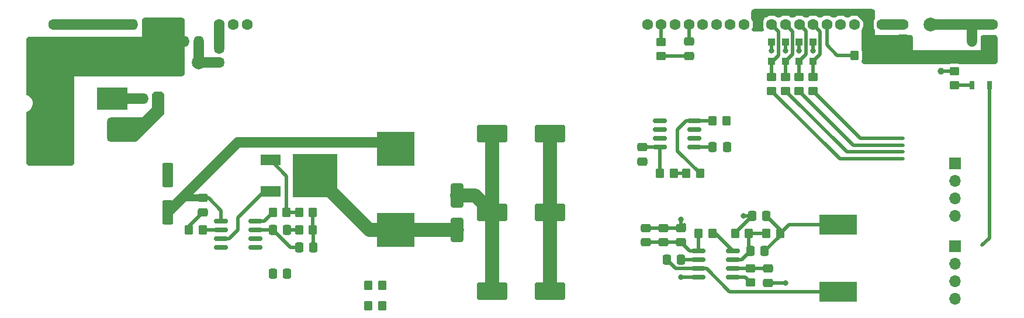
<source format=gbr>
%TF.GenerationSoftware,KiCad,Pcbnew,7.0.7*%
%TF.CreationDate,2024-04-09T00:53:37+02:00*%
%TF.ProjectId,vfd_display,7666645f-6469-4737-906c-61792e6b6963,rev?*%
%TF.SameCoordinates,Original*%
%TF.FileFunction,Copper,L2,Bot*%
%TF.FilePolarity,Positive*%
%FSLAX46Y46*%
G04 Gerber Fmt 4.6, Leading zero omitted, Abs format (unit mm)*
G04 Created by KiCad (PCBNEW 7.0.7) date 2024-04-09 00:53:37*
%MOMM*%
%LPD*%
G01*
G04 APERTURE LIST*
G04 Aperture macros list*
%AMRoundRect*
0 Rectangle with rounded corners*
0 $1 Rounding radius*
0 $2 $3 $4 $5 $6 $7 $8 $9 X,Y pos of 4 corners*
0 Add a 4 corners polygon primitive as box body*
4,1,4,$2,$3,$4,$5,$6,$7,$8,$9,$2,$3,0*
0 Add four circle primitives for the rounded corners*
1,1,$1+$1,$2,$3*
1,1,$1+$1,$4,$5*
1,1,$1+$1,$6,$7*
1,1,$1+$1,$8,$9*
0 Add four rect primitives between the rounded corners*
20,1,$1+$1,$2,$3,$4,$5,0*
20,1,$1+$1,$4,$5,$6,$7,0*
20,1,$1+$1,$6,$7,$8,$9,0*
20,1,$1+$1,$8,$9,$2,$3,0*%
G04 Aperture macros list end*
%TA.AperFunction,SMDPad,CuDef*%
%ADD10C,2.000000*%
%TD*%
%TA.AperFunction,SMDPad,CuDef*%
%ADD11R,0.800000X1.200000*%
%TD*%
%TA.AperFunction,SMDPad,CuDef*%
%ADD12RoundRect,0.250000X0.450000X-0.350000X0.450000X0.350000X-0.450000X0.350000X-0.450000X-0.350000X0*%
%TD*%
%TA.AperFunction,SMDPad,CuDef*%
%ADD13RoundRect,0.250000X0.337500X0.475000X-0.337500X0.475000X-0.337500X-0.475000X0.337500X-0.475000X0*%
%TD*%
%TA.AperFunction,ComponentPad*%
%ADD14C,1.600000*%
%TD*%
%TA.AperFunction,SMDPad,CuDef*%
%ADD15RoundRect,0.250000X0.475000X-0.337500X0.475000X0.337500X-0.475000X0.337500X-0.475000X-0.337500X0*%
%TD*%
%TA.AperFunction,SMDPad,CuDef*%
%ADD16RoundRect,0.250000X-0.475000X0.337500X-0.475000X-0.337500X0.475000X-0.337500X0.475000X0.337500X0*%
%TD*%
%TA.AperFunction,SMDPad,CuDef*%
%ADD17RoundRect,0.250000X0.300000X-0.300000X0.300000X0.300000X-0.300000X0.300000X-0.300000X-0.300000X0*%
%TD*%
%TA.AperFunction,SMDPad,CuDef*%
%ADD18RoundRect,0.250000X-0.337500X-0.475000X0.337500X-0.475000X0.337500X0.475000X-0.337500X0.475000X0*%
%TD*%
%TA.AperFunction,SMDPad,CuDef*%
%ADD19RoundRect,0.250000X-0.450000X0.350000X-0.450000X-0.350000X0.450000X-0.350000X0.450000X0.350000X0*%
%TD*%
%TA.AperFunction,SMDPad,CuDef*%
%ADD20RoundRect,0.250000X0.550000X-1.500000X0.550000X1.500000X-0.550000X1.500000X-0.550000X-1.500000X0*%
%TD*%
%TA.AperFunction,SMDPad,CuDef*%
%ADD21R,2.900000X1.500000*%
%TD*%
%TA.AperFunction,SMDPad,CuDef*%
%ADD22R,6.500000X6.300000*%
%TD*%
%TA.AperFunction,SMDPad,CuDef*%
%ADD23R,5.400000X2.900000*%
%TD*%
%TA.AperFunction,SMDPad,CuDef*%
%ADD24RoundRect,0.250000X0.350000X0.450000X-0.350000X0.450000X-0.350000X-0.450000X0.350000X-0.450000X0*%
%TD*%
%TA.AperFunction,SMDPad,CuDef*%
%ADD25RoundRect,0.250000X-0.350000X-0.450000X0.350000X-0.450000X0.350000X0.450000X-0.350000X0.450000X0*%
%TD*%
%TA.AperFunction,SMDPad,CuDef*%
%ADD26RoundRect,0.225000X-0.375000X0.225000X-0.375000X-0.225000X0.375000X-0.225000X0.375000X0.225000X0*%
%TD*%
%TA.AperFunction,SMDPad,CuDef*%
%ADD27RoundRect,0.150000X0.825000X0.150000X-0.825000X0.150000X-0.825000X-0.150000X0.825000X-0.150000X0*%
%TD*%
%TA.AperFunction,SMDPad,CuDef*%
%ADD28R,5.400000X4.900000*%
%TD*%
%TA.AperFunction,SMDPad,CuDef*%
%ADD29R,6.200000X3.900000*%
%TD*%
%TA.AperFunction,SMDPad,CuDef*%
%ADD30R,4.400000X3.300000*%
%TD*%
%TA.AperFunction,SMDPad,CuDef*%
%ADD31RoundRect,0.250000X-0.325000X-0.450000X0.325000X-0.450000X0.325000X0.450000X-0.325000X0.450000X0*%
%TD*%
%TA.AperFunction,SMDPad,CuDef*%
%ADD32RoundRect,0.250000X-1.950000X-1.000000X1.950000X-1.000000X1.950000X1.000000X-1.950000X1.000000X0*%
%TD*%
%TA.AperFunction,ComponentPad*%
%ADD33O,1.700000X1.700000*%
%TD*%
%TA.AperFunction,ComponentPad*%
%ADD34R,1.700000X1.700000*%
%TD*%
%TA.AperFunction,SMDPad,CuDef*%
%ADD35RoundRect,0.250000X-0.650000X1.500000X-0.650000X-1.500000X0.650000X-1.500000X0.650000X1.500000X0*%
%TD*%
%TA.AperFunction,ViaPad*%
%ADD36C,1.000000*%
%TD*%
%TA.AperFunction,ViaPad*%
%ADD37C,0.800000*%
%TD*%
%TA.AperFunction,ViaPad*%
%ADD38C,4.000000*%
%TD*%
%TA.AperFunction,Conductor*%
%ADD39C,0.500000*%
%TD*%
%TA.AperFunction,Conductor*%
%ADD40C,1.500000*%
%TD*%
%TA.AperFunction,Conductor*%
%ADD41C,0.250000*%
%TD*%
%TA.AperFunction,Conductor*%
%ADD42C,2.000000*%
%TD*%
%TA.AperFunction,Conductor*%
%ADD43C,1.000000*%
%TD*%
G04 APERTURE END LIST*
D10*
%TO.P,VFIL,1*%
%TO.N,V_FILAMENT*%
X210000000Y-68000000D03*
%TD*%
D11*
%TO.P,U3,6*%
%TO.N,VDD*%
X218540000Y-70500000D03*
%TO.P,U3,4*%
%TO.N,V_FILAMENT*%
X216000000Y-70500000D03*
%TO.P,U3,3*%
%TO.N,Net-(R13-Pad1)*%
X216000000Y-76800000D03*
%TO.P,U3,1*%
%TO.N,FILAMENT_EN*%
X218540000Y-76800000D03*
%TD*%
D12*
%TO.P,R13,1*%
%TO.N,Net-(R13-Pad1)*%
X213500000Y-76800000D03*
%TO.P,R13,2*%
%TO.N,GND*%
X213500000Y-74800000D03*
%TD*%
D10*
%TO.P,VIN,1*%
%TO.N,12V*%
X92500000Y-83500000D03*
%TD*%
%TO.P,GND,1*%
%TO.N,GND*%
X99000000Y-73500000D03*
%TD*%
%TO.P,VHP,1*%
%TO.N,V_HP*%
X104000000Y-73500000D03*
%TD*%
D13*
%TO.P,C8,1*%
%TO.N,V_HP*%
X104000000Y-70500000D03*
%TO.P,C8,2*%
%TO.N,GND*%
X101925000Y-70500000D03*
%TD*%
D14*
%TO.P,U5,1,F+*%
%TO.N,V_FILAMENT*%
X219000000Y-68000000D03*
%TO.P,U5,2,F+*%
X217000000Y-68000000D03*
%TO.P,U5,3,F+*%
X215000000Y-68000000D03*
%TO.P,U5,4,F+*%
X213000000Y-68000000D03*
%TO.P,U5,5,GND*%
%TO.N,GND*%
X203000000Y-68000000D03*
%TO.P,U5,6,VDD*%
%TO.N,VDD*%
X201000000Y-68000000D03*
%TO.P,U5,7,NC*%
%TO.N,unconnected-(U5-NC-Pad7)*%
X199000000Y-68000000D03*
%TO.P,U5,8,NC*%
%TO.N,unconnected-(U5-NC-Pad8)*%
X197000000Y-68000000D03*
%TO.P,U5,9,TEST*%
%TO.N,Net-(U5-TEST)*%
X195000000Y-68000000D03*
%TO.P,U5,10,RESET*%
%TO.N,Net-(D4-K)*%
X193000000Y-68000000D03*
%TO.P,U5,11,DIO*%
%TO.N,Net-(D5-K)*%
X191000000Y-68000000D03*
%TO.P,U5,12,CS*%
%TO.N,Net-(D6-K)*%
X189000000Y-68000000D03*
%TO.P,U5,13,CLK*%
%TO.N,Net-(D7-K)*%
X187000000Y-68000000D03*
%TO.P,U5,14,VDD*%
%TO.N,VDD*%
X185000000Y-68000000D03*
%TO.P,U5,15,INT*%
%TO.N,unconnected-(U5-INT-Pad15)*%
X183000000Y-68000000D03*
%TO.P,U5,16,NC*%
%TO.N,unconnected-(U5-NC-Pad16)*%
X181000000Y-68000000D03*
%TO.P,U5,17,GND*%
%TO.N,GND*%
X179000000Y-68000000D03*
%TO.P,U5,18,NC*%
%TO.N,unconnected-(U5-NC-Pad18)*%
X177000000Y-68000000D03*
%TO.P,U5,19,GND*%
%TO.N,GND*%
X175000000Y-68000000D03*
%TO.P,U5,20,NC*%
%TO.N,unconnected-(U5-NC-Pad20)*%
X173000000Y-68000000D03*
%TO.P,U5,21,VHG*%
%TO.N,Net-(U5-VHG)*%
X171000000Y-68000000D03*
%TO.P,U5,22,NC*%
%TO.N,unconnected-(U5-NC-Pad22)*%
X169000000Y-68000000D03*
%TO.P,U5,23,NC*%
%TO.N,unconnected-(U5-NC-Pad23)*%
X111000000Y-68000000D03*
%TO.P,U5,24,VDD*%
%TO.N,VDD*%
X109000000Y-68000000D03*
%TO.P,U5,25,VHP*%
%TO.N,Net-(U5-VHP)*%
X107000000Y-68000000D03*
%TO.P,U5,26,GND*%
%TO.N,GND*%
X101000000Y-68000000D03*
%TO.P,U5,27,GND*%
X99000000Y-68000000D03*
%TO.P,U5,28,F-*%
%TO.N,Net-(D8-K)*%
X89000000Y-68000000D03*
%TO.P,U5,29,F-*%
X87000000Y-68000000D03*
%TO.P,U5,30,F-*%
X85000000Y-68000000D03*
%TO.P,U5,31,F-*%
X83000000Y-68000000D03*
%TD*%
D15*
%TO.P,C25,2*%
%TO.N,GND*%
X175000000Y-70500000D03*
%TO.P,C25,1*%
%TO.N,V_HG*%
X175000000Y-72575000D03*
%TD*%
D16*
%TO.P,C24,2*%
%TO.N,VDD*%
X206000000Y-70075000D03*
%TO.P,C24,1*%
%TO.N,GND*%
X206000000Y-68000000D03*
%TD*%
D17*
%TO.P,D6,2,A*%
%TO.N,GND*%
X189000000Y-70540000D03*
%TO.P,D6,1,K*%
%TO.N,Net-(D6-K)*%
X189000000Y-73340000D03*
%TD*%
D18*
%TO.P,C28,2*%
%TO.N,Net-(U6-VBST)*%
X173890000Y-102155000D03*
%TO.P,C28,1*%
%TO.N,Net-(U6-SW)*%
X171815000Y-102155000D03*
%TD*%
D19*
%TO.P,R19,2*%
%TO.N,V_HG*%
X171000000Y-72540000D03*
%TO.P,R19,1*%
%TO.N,Net-(U5-VHG)*%
X171000000Y-70540000D03*
%TD*%
%TO.P,R20,2*%
%TO.N,V_HP*%
X107000000Y-73500000D03*
%TO.P,R20,1*%
%TO.N,Net-(U5-VHP)*%
X107000000Y-71500000D03*
%TD*%
%TO.P,R10,2*%
%TO.N,Net-(U6-PG)*%
X183920000Y-105425000D03*
%TO.P,R10,1*%
%TO.N,Net-(U6-VREG)*%
X183920000Y-103425000D03*
%TD*%
D20*
%TO.P,C4,2*%
%TO.N,GND*%
X99480000Y-89860000D03*
%TO.P,C4,1*%
%TO.N,12V*%
X99480000Y-95260000D03*
%TD*%
D21*
%TO.P,Q1,3,S*%
%TO.N,Net-(Q1-S)*%
X114380000Y-87640000D03*
D22*
%TO.P,Q1,2,D*%
%TO.N,Net-(D1-A)*%
X120880000Y-89926000D03*
D21*
%TO.P,Q1,1,G*%
%TO.N,Net-(Q1-G)*%
X114380000Y-92212000D03*
%TD*%
D23*
%TO.P,L2,2,2*%
%TO.N,VDD*%
X196620000Y-97075000D03*
%TO.P,L2,1,1*%
%TO.N,Net-(U6-SW)*%
X196620000Y-106775000D03*
%TD*%
D24*
%TO.P,R17,1*%
%TO.N,VDD*%
X201000000Y-72500000D03*
%TO.P,R17,2*%
%TO.N,Net-(U5-TEST)*%
X199000000Y-72500000D03*
%TD*%
D25*
%TO.P,R8,2*%
%TO.N,Net-(R8-Pad2)*%
X172825000Y-89635000D03*
%TO.P,R8,1*%
%TO.N,V_HG*%
X170825000Y-89635000D03*
%TD*%
D12*
%TO.P,R23,1*%
%TO.N,VFD_CS*%
X189000000Y-77620000D03*
%TO.P,R23,2*%
%TO.N,Net-(D6-K)*%
X189000000Y-75620000D03*
%TD*%
%TO.P,R24,1*%
%TO.N,VFD_SCK*%
X187000000Y-77620000D03*
%TO.P,R24,2*%
%TO.N,Net-(D7-K)*%
X187000000Y-75620000D03*
%TD*%
D26*
%TO.P,D8,2,A*%
%TO.N,GND*%
X92000000Y-71300000D03*
%TO.P,D8,1,K*%
%TO.N,Net-(D8-K)*%
X92000000Y-68000000D03*
%TD*%
D13*
%TO.P,C5,2*%
%TO.N,GND*%
X114720000Y-104150000D03*
%TO.P,C5,1*%
%TO.N,Net-(U1-I_{SEN})*%
X116795000Y-104150000D03*
%TD*%
D18*
%TO.P,C9,2*%
%TO.N,GND*%
X180520000Y-85825000D03*
%TO.P,C9,1*%
%TO.N,V_HP*%
X178445000Y-85825000D03*
%TD*%
%TO.P,C1,2*%
%TO.N,GND*%
X120605000Y-100340000D03*
%TO.P,C1,1*%
%TO.N,Net-(U1-COMP)*%
X118530000Y-100340000D03*
%TD*%
D25*
%TO.P,R7,2*%
%TO.N,GND*%
X180445000Y-82015000D03*
%TO.P,R7,1*%
%TO.N,Net-(U2-ADJ)*%
X178445000Y-82015000D03*
%TD*%
D27*
%TO.P,U6,8,VIN*%
%TO.N,12V*%
X176430000Y-100885000D03*
%TO.P,U6,7,VBST*%
%TO.N,Net-(U6-VBST)*%
X176430000Y-102155000D03*
%TO.P,U6,6,SW*%
%TO.N,Net-(U6-SW)*%
X176430000Y-103425000D03*
%TO.P,U6,5,GND*%
%TO.N,GND*%
X176430000Y-104695000D03*
%TO.P,U6,4,PG*%
%TO.N,Net-(U6-PG)*%
X181380000Y-104695000D03*
%TO.P,U6,3,VREG*%
%TO.N,Net-(U6-VREG)*%
X181380000Y-103425000D03*
%TO.P,U6,2,VFB*%
%TO.N,Net-(U6-VFB)*%
X181380000Y-102155000D03*
%TO.P,U6,1,EN*%
%TO.N,Net-(U6-EN)*%
X181380000Y-100885000D03*
%TD*%
D12*
%TO.P,R22,1*%
%TO.N,VFD_SDA*%
X190950000Y-77620000D03*
%TO.P,R22,2*%
%TO.N,Net-(D5-K)*%
X190950000Y-75620000D03*
%TD*%
D24*
%TO.P,R2,2*%
%TO.N,GND*%
X102560000Y-97800000D03*
%TO.P,R2,1*%
%TO.N,Net-(U1-FA{slash}SD)*%
X104560000Y-97800000D03*
%TD*%
D18*
%TO.P,C27,2*%
%TO.N,GND*%
X96500000Y-68000000D03*
%TO.P,C27,1*%
%TO.N,Net-(D8-K)*%
X94425000Y-68000000D03*
%TD*%
D25*
%TO.P,R1,2*%
%TO.N,GND*%
X120530000Y-97800000D03*
%TO.P,R1,1*%
%TO.N,Net-(C2-Pad2)*%
X118530000Y-97800000D03*
%TD*%
%TO.P,R25,2*%
%TO.N,Net-(U6-VFB)*%
X183687500Y-98345000D03*
%TO.P,R25,1*%
%TO.N,GND*%
X181687500Y-98345000D03*
%TD*%
D28*
%TO.P,L1,2,2*%
%TO.N,Net-(D1-A)*%
X132500000Y-97800000D03*
%TO.P,L1,1,1*%
%TO.N,12V*%
X132500000Y-86000000D03*
%TD*%
D25*
%TO.P,R3,2*%
%TO.N,Net-(Q1-S)*%
X116720000Y-95260000D03*
%TO.P,R3,1*%
%TO.N,Net-(U1-I_{SEN})*%
X114720000Y-95260000D03*
%TD*%
D12*
%TO.P,R21,1*%
%TO.N,VFD_RESET*%
X193000000Y-77620000D03*
%TO.P,R21,2*%
%TO.N,Net-(D4-K)*%
X193000000Y-75620000D03*
%TD*%
D17*
%TO.P,D5,2,A*%
%TO.N,GND*%
X190950000Y-70540000D03*
%TO.P,D5,1,K*%
%TO.N,Net-(D5-K)*%
X190950000Y-73340000D03*
%TD*%
D24*
%TO.P,R5,2*%
%TO.N,FB1*%
X128580000Y-105840000D03*
%TO.P,R5,1*%
%TO.N,V_HP*%
X130580000Y-105840000D03*
%TD*%
D15*
%TO.P,C13,2*%
%TO.N,GND*%
X168810000Y-97540000D03*
%TO.P,C13,1*%
%TO.N,12V*%
X168810000Y-99615000D03*
%TD*%
D16*
%TO.P,C12,2*%
%TO.N,GND*%
X186460000Y-105500000D03*
%TO.P,C12,1*%
%TO.N,Net-(U6-VREG)*%
X186460000Y-103425000D03*
%TD*%
D18*
%TO.P,C2,2*%
%TO.N,Net-(C2-Pad2)*%
X116795000Y-97800000D03*
%TO.P,C2,1*%
%TO.N,Net-(U1-COMP)*%
X114720000Y-97800000D03*
%TD*%
D29*
%TO.P,J4,3*%
%TO.N,GND*%
X82500000Y-73000000D03*
%TO.P,J4,2*%
X82500000Y-85900000D03*
D30*
%TO.P,J4,1*%
%TO.N,Net-(F1-Pad1)*%
X91500000Y-78750000D03*
%TD*%
D18*
%TO.P,C29,2*%
%TO.N,VDD*%
X185995000Y-100885000D03*
%TO.P,C29,1*%
%TO.N,Net-(U6-VFB)*%
X183920000Y-100885000D03*
%TD*%
D17*
%TO.P,D4,2,A*%
%TO.N,GND*%
X193000000Y-70540000D03*
%TO.P,D4,1,K*%
%TO.N,Net-(D4-K)*%
X193000000Y-73340000D03*
%TD*%
D31*
%TO.P,F1,2*%
%TO.N,12V*%
X98050000Y-78750000D03*
%TO.P,F1,1*%
%TO.N,Net-(F1-Pad1)*%
X96000000Y-78750000D03*
%TD*%
D25*
%TO.P,R11,2*%
%TO.N,Net-(U6-EN)*%
X178430000Y-98345000D03*
%TO.P,R11,1*%
%TO.N,12V*%
X176430000Y-98345000D03*
%TD*%
%TO.P,R12,2*%
%TO.N,VDD*%
X188227500Y-98345000D03*
%TO.P,R12,1*%
%TO.N,Net-(U6-VFB)*%
X186227500Y-98345000D03*
%TD*%
%TO.P,R4,2*%
%TO.N,GND*%
X120530000Y-95260000D03*
%TO.P,R4,1*%
%TO.N,Net-(Q1-S)*%
X118530000Y-95260000D03*
%TD*%
D17*
%TO.P,D7,2,A*%
%TO.N,GND*%
X187000000Y-70540000D03*
%TO.P,D7,1,K*%
%TO.N,Net-(D7-K)*%
X187000000Y-73340000D03*
%TD*%
D18*
%TO.P,C30,2*%
%TO.N,VDD*%
X186227500Y-95805000D03*
%TO.P,C30,1*%
%TO.N,GND*%
X184152500Y-95805000D03*
%TD*%
D16*
%TO.P,C3,2*%
%TO.N,GND*%
X104560000Y-95260000D03*
%TO.P,C3,1*%
%TO.N,12V*%
X104560000Y-93185000D03*
%TD*%
D32*
%TO.P,C11,2*%
%TO.N,GND*%
X154870000Y-106690000D03*
%TO.P,C11,1*%
%TO.N,V_HP*%
X146470000Y-106690000D03*
%TD*%
D24*
%TO.P,R6,2*%
%TO.N,GND*%
X128580000Y-108790000D03*
%TO.P,R6,1*%
%TO.N,FB1*%
X130580000Y-108790000D03*
%TD*%
D27*
%TO.P,U2,8,VOUT*%
%TO.N,unconnected-(U2-VOUT-Pad8)*%
X170825000Y-82015000D03*
%TO.P,U2,7,VOUT*%
%TO.N,unconnected-(U2-VOUT-Pad7)*%
X170825000Y-83285000D03*
%TO.P,U2,6,VOUT*%
%TO.N,unconnected-(U2-VOUT-Pad6)*%
X170825000Y-84555000D03*
%TO.P,U2,5,VOUT*%
%TO.N,V_HG*%
X170825000Y-85825000D03*
%TO.P,U2,4,VIN*%
%TO.N,V_HP*%
X175775000Y-85825000D03*
%TO.P,U2,3,NC*%
%TO.N,unconnected-(U2-NC-Pad3)*%
X175775000Y-84555000D03*
%TO.P,U2,2,NC*%
%TO.N,unconnected-(U2-NC-Pad2)*%
X175775000Y-83285000D03*
%TO.P,U2,1,ADJ*%
%TO.N,Net-(U2-ADJ)*%
X175775000Y-82015000D03*
%TD*%
%TO.P,U1,8,V_{IN}*%
%TO.N,12V*%
X107230000Y-96530000D03*
%TO.P,U1,7,FA/SD*%
%TO.N,Net-(U1-FA{slash}SD)*%
X107230000Y-97800000D03*
%TO.P,U1,6,DR*%
%TO.N,Net-(Q1-G)*%
X107230000Y-99070000D03*
%TO.P,U1,5,PGND*%
%TO.N,GND*%
X107230000Y-100340000D03*
%TO.P,U1,4,AGND*%
X112180000Y-100340000D03*
%TO.P,U1,3,FB*%
%TO.N,FB1*%
X112180000Y-99070000D03*
%TO.P,U1,2,COMP*%
%TO.N,Net-(U1-COMP)*%
X112180000Y-97800000D03*
%TO.P,U1,1,I_{SEN}*%
%TO.N,Net-(U1-I_{SEN})*%
X112180000Y-96530000D03*
%TD*%
D15*
%TO.P,C14,2*%
%TO.N,GND*%
X171350000Y-97540000D03*
%TO.P,C14,1*%
%TO.N,12V*%
X171350000Y-99615000D03*
%TD*%
D25*
%TO.P,R9,2*%
%TO.N,Net-(U2-ADJ)*%
X176635000Y-89635000D03*
%TO.P,R9,1*%
%TO.N,Net-(R8-Pad2)*%
X174635000Y-89635000D03*
%TD*%
D33*
%TO.P,J1,4,Pin_4*%
%TO.N,VFD_RESET*%
X213600000Y-95770000D03*
%TO.P,J1,3,Pin_3*%
%TO.N,VFD_SDA*%
X213600000Y-93230000D03*
%TO.P,J1,2,Pin_2*%
%TO.N,VFD_CS*%
X213600000Y-90690000D03*
D34*
%TO.P,J1,1,Pin_1*%
%TO.N,VFD_SCK*%
X213600000Y-88150000D03*
%TD*%
D33*
%TO.P,J2,4,Pin_4*%
%TO.N,GND*%
X213600000Y-107770000D03*
%TO.P,J2,3,Pin_3*%
%TO.N,FILAMENT_EN*%
X213600000Y-105230000D03*
%TO.P,J2,2,Pin_2*%
%TO.N,VDD*%
X213600000Y-102690000D03*
D34*
%TO.P,J2,1,Pin_1*%
%TO.N,GND*%
X213600000Y-100150000D03*
%TD*%
D32*
%TO.P,C7,2*%
%TO.N,GND*%
X154870000Y-95260000D03*
%TO.P,C7,1*%
%TO.N,V_HP*%
X146470000Y-95260000D03*
%TD*%
D15*
%TO.P,C26,2*%
%TO.N,GND*%
X173890000Y-97540000D03*
%TO.P,C26,1*%
%TO.N,12V*%
X173890000Y-99615000D03*
%TD*%
D35*
%TO.P,D1,2,A*%
%TO.N,Net-(D1-A)*%
X141390000Y-97800000D03*
%TO.P,D1,1,K*%
%TO.N,V_HP*%
X141390000Y-92800000D03*
%TD*%
D16*
%TO.P,C10,2*%
%TO.N,GND*%
X168285000Y-87900000D03*
%TO.P,C10,1*%
%TO.N,V_HG*%
X168285000Y-85825000D03*
%TD*%
D32*
%TO.P,C6,2*%
%TO.N,GND*%
X154870000Y-83830000D03*
%TO.P,C6,1*%
%TO.N,V_HP*%
X146470000Y-83830000D03*
%TD*%
D36*
%TO.N,GND*%
X211500000Y-74800000D03*
D37*
X190950000Y-71810000D03*
X187000000Y-71810000D03*
D38*
X82500000Y-79500000D03*
D37*
X193000000Y-71810000D03*
X173890000Y-104695000D03*
X189000000Y-71810000D03*
X182882500Y-95805000D03*
X189000000Y-105500000D03*
X173890000Y-96270000D03*
%TD*%
D39*
%TO.N,V_HG*%
X171035000Y-72575000D02*
X171000000Y-72540000D01*
X175000000Y-72575000D02*
X171035000Y-72575000D01*
%TO.N,GND*%
X175000000Y-70500000D02*
X175000000Y-68000000D01*
D40*
X99000000Y-70500000D02*
X101925000Y-70500000D01*
X99000000Y-70500000D02*
X99000000Y-73500000D01*
X99000000Y-68000000D02*
X99000000Y-70500000D01*
%TO.N,V_HP*%
X104000000Y-70500000D02*
X104000000Y-73500000D01*
D41*
%TO.N,GND*%
X98800000Y-71300000D02*
X99000000Y-71500000D01*
X99000000Y-71500000D02*
X99000000Y-73500000D01*
D40*
%TO.N,V_HP*%
X107000000Y-73500000D02*
X104000000Y-73500000D01*
%TO.N,Net-(U5-VHP)*%
X107000000Y-71500000D02*
X107000000Y-68000000D01*
D39*
%TO.N,VDD*%
X206000000Y-70075000D02*
X206000000Y-72500000D01*
X206000000Y-72500000D02*
X217420000Y-72500000D01*
X201000000Y-72500000D02*
X206000000Y-72500000D01*
D40*
%TO.N,GND*%
X206000000Y-68000000D02*
X203000000Y-68000000D01*
D39*
%TO.N,FILAMENT_EN*%
X218540000Y-98960000D02*
X217500000Y-100000000D01*
X218540000Y-76800000D02*
X218540000Y-98960000D01*
%TO.N,VFD_SCK*%
X196880000Y-87500000D02*
X206000000Y-87500000D01*
X187000000Y-77620000D02*
X196880000Y-87500000D01*
%TO.N,VFD_CS*%
X197880000Y-86500000D02*
X206000000Y-86500000D01*
X189000000Y-77620000D02*
X197880000Y-86500000D01*
%TO.N,VFD_SDA*%
X198830000Y-85500000D02*
X206000000Y-85500000D01*
X190950000Y-77620000D02*
X198830000Y-85500000D01*
%TO.N,VFD_RESET*%
X199880000Y-84500000D02*
X206000000Y-84500000D01*
X193000000Y-77620000D02*
X199880000Y-84500000D01*
D40*
%TO.N,V_FILAMENT*%
X213000000Y-68000000D02*
X210000000Y-68000000D01*
D39*
%TO.N,VDD*%
X185000000Y-67250000D02*
X185000000Y-68000000D01*
X199500000Y-66500000D02*
X185750000Y-66500000D01*
X201000000Y-68000000D02*
X199500000Y-66500000D01*
X185750000Y-66500000D02*
X185000000Y-67250000D01*
X201000000Y-68000000D02*
X201000000Y-72500000D01*
%TO.N,Net-(U5-TEST)*%
X195000000Y-71000000D02*
X195000000Y-68000000D01*
X199000000Y-72500000D02*
X196500000Y-72500000D01*
X196500000Y-72500000D02*
X195000000Y-71000000D01*
%TO.N,VDD*%
X217420000Y-72500000D02*
X218540000Y-71380000D01*
X218540000Y-71380000D02*
X218540000Y-70500000D01*
%TO.N,Net-(R13-Pad1)*%
X213500000Y-76800000D02*
X216000000Y-76800000D01*
%TO.N,GND*%
X211500000Y-74800000D02*
X213500000Y-74800000D01*
D40*
%TO.N,V_FILAMENT*%
X216000000Y-68000000D02*
X216000000Y-70500000D01*
X216000000Y-68000000D02*
X213000000Y-68000000D01*
X219000000Y-68000000D02*
X216000000Y-68000000D01*
%TO.N,12V*%
X98050000Y-80450000D02*
X95000000Y-83500000D01*
X95000000Y-83500000D02*
X92500000Y-83500000D01*
X98050000Y-78750000D02*
X98050000Y-80450000D01*
%TO.N,GND*%
X92000000Y-71300000D02*
X98800000Y-71300000D01*
X99000000Y-68000000D02*
X96625000Y-68000000D01*
%TO.N,Net-(D8-K)*%
X94425000Y-68000000D02*
X89000000Y-68000000D01*
D39*
%TO.N,Net-(U1-COMP)*%
X118530000Y-100340000D02*
X117260000Y-100340000D01*
X112180000Y-97800000D02*
X114720000Y-97800000D01*
X117260000Y-100340000D02*
X114720000Y-97800000D01*
%TO.N,GND*%
X102560000Y-97260000D02*
X104560000Y-95260000D01*
X176430000Y-104695000D02*
X173890000Y-104695000D01*
D42*
X82500000Y-85900000D02*
X82500000Y-79500000D01*
D39*
X173890000Y-97540000D02*
X173890000Y-96270000D01*
X184152500Y-95805000D02*
X182882500Y-95805000D01*
X181687500Y-98270000D02*
X184152500Y-95805000D01*
X189000000Y-71810000D02*
X189000000Y-70540000D01*
X187000000Y-71810000D02*
X187000000Y-70540000D01*
X181687500Y-98345000D02*
X181687500Y-98270000D01*
X102560000Y-97800000D02*
X102560000Y-97260000D01*
X173890000Y-97540000D02*
X174355000Y-97075000D01*
X193000000Y-70540000D02*
X193000000Y-71810000D01*
X120605000Y-100340000D02*
X120605000Y-97875000D01*
D42*
X82500000Y-79500000D02*
X82500000Y-73000000D01*
D39*
X190950000Y-70540000D02*
X190950000Y-71810000D01*
X186460000Y-105500000D02*
X189000000Y-105500000D01*
D42*
X154870000Y-106690000D02*
X154870000Y-83830000D01*
D39*
X168810000Y-97540000D02*
X173890000Y-97540000D01*
X120605000Y-97875000D02*
X120530000Y-97800000D01*
D40*
X99000000Y-68000000D02*
X101000000Y-68000000D01*
D39*
X120530000Y-95260000D02*
X120530000Y-97800000D01*
%TO.N,Net-(C2-Pad2)*%
X118530000Y-97800000D02*
X116795000Y-97800000D01*
D40*
%TO.N,12V*%
X99480000Y-95260000D02*
X109640000Y-85100000D01*
X109640000Y-85100000D02*
X131600000Y-85100000D01*
D39*
X107230000Y-94987500D02*
X105427500Y-93185000D01*
D43*
X99480000Y-95260000D02*
X101555000Y-93185000D01*
D39*
X107230000Y-96530000D02*
X107230000Y-94987500D01*
D40*
X131600000Y-85100000D02*
X132500000Y-86000000D01*
D39*
X175160000Y-100885000D02*
X173890000Y-99615000D01*
D43*
X101555000Y-93185000D02*
X104560000Y-93185000D01*
D39*
X173890000Y-99615000D02*
X168810000Y-99615000D01*
X105427500Y-93185000D02*
X104560000Y-93185000D01*
X176430000Y-98345000D02*
X176430000Y-100885000D01*
X176430000Y-100885000D02*
X175160000Y-100885000D01*
%TO.N,Net-(U1-I_{SEN})*%
X113450000Y-96530000D02*
X112180000Y-96530000D01*
X114720000Y-95260000D02*
X113450000Y-96530000D01*
%TO.N,V_HP*%
X178445000Y-85825000D02*
X175775000Y-85825000D01*
D42*
X141390000Y-92800000D02*
X144010000Y-92800000D01*
X146470000Y-83830000D02*
X146470000Y-106690000D01*
X144010000Y-92800000D02*
X146470000Y-95260000D01*
D39*
%TO.N,V_HG*%
X170825000Y-85825000D02*
X170825000Y-89635000D01*
X170825000Y-85825000D02*
X168285000Y-85825000D01*
%TO.N,Net-(U6-VREG)*%
X186460000Y-103425000D02*
X181380000Y-103425000D01*
D40*
%TO.N,Net-(F1-Pad1)*%
X96000000Y-78750000D02*
X91500000Y-78750000D01*
D39*
%TO.N,VDD*%
X188227500Y-98345000D02*
X188227500Y-97805000D01*
X188227500Y-97805000D02*
X186227500Y-95805000D01*
X188227500Y-98652500D02*
X185995000Y-100885000D01*
X188227500Y-98345000D02*
X188227500Y-98652500D01*
X188227500Y-98345000D02*
X189497500Y-97075000D01*
X189497500Y-97075000D02*
X196620000Y-97075000D01*
D40*
%TO.N,Net-(D8-K)*%
X83000000Y-68000000D02*
X89000000Y-68000000D01*
D39*
%TO.N,Net-(U6-SW)*%
X176430000Y-103425000D02*
X173085000Y-103425000D01*
X180920000Y-106775000D02*
X194080000Y-106775000D01*
X173085000Y-103425000D02*
X171815000Y-102155000D01*
X177570000Y-103425000D02*
X180920000Y-106775000D01*
X176430000Y-103425000D02*
X177570000Y-103425000D01*
%TO.N,Net-(U6-VBST)*%
X173890000Y-102155000D02*
X176430000Y-102155000D01*
%TO.N,Net-(U6-VFB)*%
X181380000Y-102155000D02*
X182650000Y-102155000D01*
X186227500Y-98345000D02*
X183687500Y-98345000D01*
X183687500Y-100652500D02*
X183920000Y-100885000D01*
X182650000Y-102155000D02*
X183920000Y-100885000D01*
X183687500Y-98345000D02*
X183687500Y-100652500D01*
D42*
%TO.N,Net-(D1-A)*%
X132500000Y-97800000D02*
X141390000Y-97800000D01*
X120880000Y-89926000D02*
X128754000Y-97800000D01*
X128754000Y-97800000D02*
X132500000Y-97800000D01*
D39*
%TO.N,Net-(D4-K)*%
X193000000Y-73340000D02*
X194000000Y-72340000D01*
X193000000Y-75620000D02*
X193000000Y-73340000D01*
X194000000Y-72340000D02*
X194000000Y-69000000D01*
X194000000Y-69000000D02*
X193000000Y-68000000D01*
%TO.N,Net-(D5-K)*%
X190950000Y-73340000D02*
X191950000Y-72340000D01*
X191950000Y-68950000D02*
X191000000Y-68000000D01*
X190950000Y-75620000D02*
X190950000Y-73340000D01*
X191950000Y-72340000D02*
X191950000Y-68950000D01*
%TO.N,Net-(D6-K)*%
X190000000Y-69000000D02*
X190000000Y-72340000D01*
X189000000Y-75620000D02*
X189000000Y-73340000D01*
X190000000Y-72340000D02*
X189000000Y-73340000D01*
X189000000Y-68000000D02*
X190000000Y-69000000D01*
%TO.N,Net-(D7-K)*%
X188000000Y-72480000D02*
X188000000Y-69000000D01*
X187000000Y-75620000D02*
X187000000Y-73340000D01*
X188000000Y-69000000D02*
X187000000Y-68000000D01*
X187140000Y-73340000D02*
X188000000Y-72480000D01*
%TO.N,Net-(Q1-G)*%
X109640000Y-96022000D02*
X113450000Y-92212000D01*
X107230000Y-99070000D02*
X108370000Y-99070000D01*
X108370000Y-99070000D02*
X109640000Y-97800000D01*
X109640000Y-97800000D02*
X109640000Y-96022000D01*
%TO.N,Net-(Q1-S)*%
X116720000Y-89980000D02*
X116720000Y-95260000D01*
X118530000Y-95260000D02*
X116720000Y-95260000D01*
X114380000Y-87640000D02*
X116720000Y-89980000D01*
X113450000Y-87640000D02*
X114380000Y-87640000D01*
%TO.N,Net-(U1-FA{slash}SD)*%
X104560000Y-97800000D02*
X107230000Y-97800000D01*
%TO.N,Net-(U2-ADJ)*%
X173365000Y-83285000D02*
X174635000Y-82015000D01*
X173365000Y-86365000D02*
X173365000Y-83285000D01*
X178445000Y-82015000D02*
X175775000Y-82015000D01*
X174635000Y-82015000D02*
X175775000Y-82015000D01*
X176635000Y-89635000D02*
X173365000Y-86365000D01*
%TO.N,Net-(R8-Pad2)*%
X172825000Y-89635000D02*
X174635000Y-89635000D01*
%TO.N,Net-(U6-PG)*%
X181380000Y-104695000D02*
X183190000Y-104695000D01*
X183190000Y-104695000D02*
X183920000Y-105425000D01*
%TO.N,Net-(U6-EN)*%
X178430000Y-98345000D02*
X178840000Y-98345000D01*
X178840000Y-98345000D02*
X181380000Y-100885000D01*
%TO.N,Net-(U5-VHG)*%
X171000000Y-70540000D02*
X171000000Y-68000000D01*
%TD*%
%TA.AperFunction,Conductor*%
%TO.N,GND*%
G36*
X101504031Y-67000530D02*
G01*
X101595879Y-67012622D01*
X101613223Y-67014906D01*
X101644491Y-67023284D01*
X101734918Y-67060740D01*
X101762952Y-67076925D01*
X101840602Y-67136509D01*
X101863491Y-67159398D01*
X101923074Y-67237048D01*
X101939259Y-67265081D01*
X101976715Y-67355508D01*
X101985093Y-67386775D01*
X101999469Y-67495964D01*
X102000000Y-67504065D01*
X102000000Y-74995934D01*
X101999469Y-75004035D01*
X101985093Y-75113224D01*
X101976715Y-75144491D01*
X101939259Y-75234918D01*
X101923074Y-75262951D01*
X101863491Y-75340601D01*
X101840601Y-75363491D01*
X101762951Y-75423074D01*
X101734918Y-75439259D01*
X101644491Y-75476715D01*
X101613224Y-75485093D01*
X101524783Y-75496737D01*
X101504031Y-75499469D01*
X101495934Y-75500000D01*
X86000000Y-75500000D01*
X86000000Y-76000000D01*
X86000000Y-76000006D01*
X86000000Y-87995934D01*
X85999469Y-88004035D01*
X85985093Y-88113224D01*
X85976715Y-88144491D01*
X85939259Y-88234918D01*
X85923074Y-88262951D01*
X85863491Y-88340601D01*
X85840601Y-88363491D01*
X85762951Y-88423074D01*
X85734918Y-88439259D01*
X85644491Y-88476715D01*
X85613224Y-88485093D01*
X85524783Y-88496737D01*
X85504031Y-88499469D01*
X85495934Y-88500000D01*
X79504066Y-88500000D01*
X79495968Y-88499469D01*
X79472457Y-88496374D01*
X79386775Y-88485093D01*
X79355508Y-88476715D01*
X79265081Y-88439259D01*
X79237048Y-88423074D01*
X79159398Y-88363491D01*
X79136508Y-88340601D01*
X79076925Y-88262951D01*
X79060740Y-88234918D01*
X79023284Y-88144491D01*
X79014906Y-88113223D01*
X79000531Y-88004035D01*
X79000000Y-87995933D01*
X79000000Y-80763017D01*
X79019685Y-80695978D01*
X79072489Y-80650223D01*
X79091004Y-80643488D01*
X79142582Y-80629254D01*
X79346033Y-80531277D01*
X79528721Y-80398547D01*
X79684772Y-80235330D01*
X79809173Y-80046871D01*
X79897923Y-79839229D01*
X79948172Y-79619076D01*
X79958303Y-79393490D01*
X79927991Y-79169719D01*
X79858211Y-78954957D01*
X79751204Y-78756106D01*
X79610411Y-78579558D01*
X79521013Y-78501453D01*
X79440360Y-78430988D01*
X79336146Y-78368723D01*
X79246507Y-78315166D01*
X79165524Y-78284772D01*
X79080429Y-78252835D01*
X79024581Y-78210849D01*
X79000298Y-78145335D01*
X79000000Y-78136742D01*
X79000000Y-70254066D01*
X79000531Y-70245964D01*
X79014906Y-70136776D01*
X79023284Y-70105508D01*
X79060740Y-70015081D01*
X79076923Y-69987050D01*
X79136513Y-69909392D01*
X79159392Y-69886513D01*
X79237050Y-69826923D01*
X79265079Y-69810740D01*
X79355509Y-69773283D01*
X79386775Y-69764906D01*
X79495967Y-69750530D01*
X79504067Y-69750000D01*
X95249993Y-69750000D01*
X95250000Y-69750000D01*
X95750000Y-69750000D01*
X95750000Y-67504065D01*
X95750531Y-67495964D01*
X95764906Y-67386776D01*
X95773284Y-67355508D01*
X95810740Y-67265081D01*
X95826923Y-67237050D01*
X95886513Y-67159392D01*
X95909392Y-67136513D01*
X95987050Y-67076923D01*
X96015079Y-67060740D01*
X96105509Y-67023283D01*
X96136775Y-67014906D01*
X96245967Y-67000530D01*
X96254067Y-67000000D01*
X101495933Y-67000000D01*
X101504031Y-67000530D01*
G37*
%TD.AperFunction*%
%TD*%
%TA.AperFunction,Conductor*%
%TO.N,VDD*%
G36*
X201504031Y-65750530D02*
G01*
X201595879Y-65762622D01*
X201613223Y-65764906D01*
X201644491Y-65773284D01*
X201734918Y-65810740D01*
X201762952Y-65826925D01*
X201840602Y-65886509D01*
X201863491Y-65909398D01*
X201923074Y-65987048D01*
X201939259Y-66015081D01*
X201976715Y-66105508D01*
X201985093Y-66136776D01*
X201999468Y-66245964D01*
X201999999Y-66254066D01*
X201999999Y-67121699D01*
X201980314Y-67188738D01*
X201977574Y-67192822D01*
X201869432Y-67347265D01*
X201869431Y-67347267D01*
X201773261Y-67553502D01*
X201773258Y-67553511D01*
X201714366Y-67773302D01*
X201714364Y-67773313D01*
X201694532Y-67999998D01*
X201694532Y-68000001D01*
X201714364Y-68226686D01*
X201714366Y-68226697D01*
X201773258Y-68446488D01*
X201773261Y-68446497D01*
X201869431Y-68652732D01*
X201869432Y-68652734D01*
X201977574Y-68807178D01*
X201999901Y-68873384D01*
X201999999Y-68878300D01*
X202000000Y-68939259D01*
X202000000Y-69500000D01*
X202500000Y-69500000D01*
X206995933Y-69500000D01*
X207004031Y-69500530D01*
X207095879Y-69512622D01*
X207113223Y-69514906D01*
X207144491Y-69523284D01*
X207234918Y-69560740D01*
X207262952Y-69576925D01*
X207340602Y-69636509D01*
X207363491Y-69659398D01*
X207423074Y-69737048D01*
X207439259Y-69765081D01*
X207476715Y-69855508D01*
X207485093Y-69886775D01*
X207499469Y-69995964D01*
X207500000Y-70004064D01*
X207500000Y-71750000D01*
X208000007Y-71750000D01*
X215959419Y-71750000D01*
X215962174Y-71750061D01*
X216056330Y-71754290D01*
X216075447Y-71751700D01*
X216083855Y-71750562D01*
X216092186Y-71750000D01*
X216749993Y-71750000D01*
X216750000Y-71750000D01*
X217250000Y-71750000D01*
X217250000Y-70620882D01*
X217250250Y-70615319D01*
X217250497Y-70612560D01*
X217250500Y-70612547D01*
X217250500Y-70000254D01*
X217251028Y-69992184D01*
X217264906Y-69886773D01*
X217273284Y-69855508D01*
X217310740Y-69765081D01*
X217326923Y-69737050D01*
X217386513Y-69659392D01*
X217409392Y-69636513D01*
X217487050Y-69576923D01*
X217515079Y-69560740D01*
X217605509Y-69523283D01*
X217636775Y-69514906D01*
X217745967Y-69500530D01*
X217754067Y-69500000D01*
X219245933Y-69500000D01*
X219254031Y-69500530D01*
X219345879Y-69512622D01*
X219363223Y-69514906D01*
X219394491Y-69523284D01*
X219484918Y-69560740D01*
X219512952Y-69576925D01*
X219590602Y-69636509D01*
X219613491Y-69659398D01*
X219673074Y-69737048D01*
X219689259Y-69765081D01*
X219726715Y-69855508D01*
X219735093Y-69886775D01*
X219749469Y-69995964D01*
X219750000Y-70004065D01*
X219750000Y-73245934D01*
X219749469Y-73254035D01*
X219735093Y-73363224D01*
X219726715Y-73394491D01*
X219689259Y-73484918D01*
X219673074Y-73512951D01*
X219613491Y-73590601D01*
X219590601Y-73613491D01*
X219512951Y-73673074D01*
X219484918Y-73689259D01*
X219394491Y-73726715D01*
X219363224Y-73735093D01*
X219274783Y-73746737D01*
X219254031Y-73749469D01*
X219245934Y-73750000D01*
X214243516Y-73750000D01*
X214204512Y-73743706D01*
X214185495Y-73737404D01*
X214102797Y-73710001D01*
X214102795Y-73710000D01*
X214000010Y-73699500D01*
X212999998Y-73699500D01*
X212999980Y-73699501D01*
X212897203Y-73710000D01*
X212897200Y-73710001D01*
X212795488Y-73743706D01*
X212756484Y-73750000D01*
X200504066Y-73750000D01*
X200495968Y-73749469D01*
X200472457Y-73746374D01*
X200386775Y-73735093D01*
X200355508Y-73726715D01*
X200265081Y-73689259D01*
X200237048Y-73673074D01*
X200159398Y-73613491D01*
X200136508Y-73590601D01*
X200076925Y-73512951D01*
X200060740Y-73484918D01*
X200023284Y-73394491D01*
X200014907Y-73363228D01*
X200013980Y-73356189D01*
X200024742Y-73287154D01*
X200031376Y-73274906D01*
X200034814Y-73269334D01*
X200089999Y-73102797D01*
X200100500Y-73000009D01*
X200100499Y-71999992D01*
X200089999Y-71897203D01*
X200034814Y-71730666D01*
X200018461Y-71704153D01*
X200000000Y-71639057D01*
X200000000Y-68878302D01*
X200019685Y-68811263D01*
X200022425Y-68807179D01*
X200022962Y-68806412D01*
X200130568Y-68652734D01*
X200226739Y-68446496D01*
X200285635Y-68226692D01*
X200305468Y-68000000D01*
X200285635Y-67773308D01*
X200226739Y-67553504D01*
X200130568Y-67347266D01*
X200000047Y-67160861D01*
X200000045Y-67160858D01*
X200000000Y-67160813D01*
X200000000Y-67000000D01*
X199839187Y-67000000D01*
X199839141Y-66999954D01*
X199652734Y-66869432D01*
X199652732Y-66869431D01*
X199446497Y-66773261D01*
X199446488Y-66773258D01*
X199226697Y-66714366D01*
X199226693Y-66714365D01*
X199226692Y-66714365D01*
X199226691Y-66714364D01*
X199226686Y-66714364D01*
X199000002Y-66694532D01*
X198999998Y-66694532D01*
X198773313Y-66714364D01*
X198773302Y-66714366D01*
X198553511Y-66773258D01*
X198553502Y-66773261D01*
X198347267Y-66869431D01*
X198347265Y-66869432D01*
X198192820Y-66977575D01*
X198126613Y-66999902D01*
X198121697Y-67000000D01*
X197878303Y-67000000D01*
X197811264Y-66980315D01*
X197807180Y-66977575D01*
X197652734Y-66869432D01*
X197652732Y-66869431D01*
X197446497Y-66773261D01*
X197446488Y-66773258D01*
X197226697Y-66714366D01*
X197226693Y-66714365D01*
X197226692Y-66714365D01*
X197226691Y-66714364D01*
X197226686Y-66714364D01*
X197000002Y-66694532D01*
X196999998Y-66694532D01*
X196773313Y-66714364D01*
X196773302Y-66714366D01*
X196553511Y-66773258D01*
X196553502Y-66773261D01*
X196347267Y-66869431D01*
X196347265Y-66869432D01*
X196192820Y-66977575D01*
X196126613Y-66999902D01*
X196121697Y-67000000D01*
X195878303Y-67000000D01*
X195811264Y-66980315D01*
X195807180Y-66977575D01*
X195652734Y-66869432D01*
X195652732Y-66869431D01*
X195446497Y-66773261D01*
X195446488Y-66773258D01*
X195226697Y-66714366D01*
X195226693Y-66714365D01*
X195226692Y-66714365D01*
X195226691Y-66714364D01*
X195226686Y-66714364D01*
X195000002Y-66694532D01*
X194999998Y-66694532D01*
X194773313Y-66714364D01*
X194773302Y-66714366D01*
X194553511Y-66773258D01*
X194553502Y-66773261D01*
X194347267Y-66869431D01*
X194347265Y-66869432D01*
X194192820Y-66977575D01*
X194126613Y-66999902D01*
X194121697Y-67000000D01*
X193878303Y-67000000D01*
X193811264Y-66980315D01*
X193807180Y-66977575D01*
X193652734Y-66869432D01*
X193652732Y-66869431D01*
X193446497Y-66773261D01*
X193446488Y-66773258D01*
X193226697Y-66714366D01*
X193226693Y-66714365D01*
X193226692Y-66714365D01*
X193226691Y-66714364D01*
X193226686Y-66714364D01*
X193000002Y-66694532D01*
X192999998Y-66694532D01*
X192773313Y-66714364D01*
X192773302Y-66714366D01*
X192553511Y-66773258D01*
X192553502Y-66773261D01*
X192347267Y-66869431D01*
X192347265Y-66869432D01*
X192192820Y-66977575D01*
X192126613Y-66999902D01*
X192121697Y-67000000D01*
X191878303Y-67000000D01*
X191811264Y-66980315D01*
X191807180Y-66977575D01*
X191652734Y-66869432D01*
X191652732Y-66869431D01*
X191446497Y-66773261D01*
X191446488Y-66773258D01*
X191226697Y-66714366D01*
X191226693Y-66714365D01*
X191226692Y-66714365D01*
X191226691Y-66714364D01*
X191226686Y-66714364D01*
X191000002Y-66694532D01*
X190999998Y-66694532D01*
X190773313Y-66714364D01*
X190773302Y-66714366D01*
X190553511Y-66773258D01*
X190553502Y-66773261D01*
X190347267Y-66869431D01*
X190347265Y-66869432D01*
X190192820Y-66977575D01*
X190126613Y-66999902D01*
X190121697Y-67000000D01*
X189878303Y-67000000D01*
X189811264Y-66980315D01*
X189807180Y-66977575D01*
X189652734Y-66869432D01*
X189652732Y-66869431D01*
X189446497Y-66773261D01*
X189446488Y-66773258D01*
X189226697Y-66714366D01*
X189226693Y-66714365D01*
X189226692Y-66714365D01*
X189226691Y-66714364D01*
X189226686Y-66714364D01*
X189000002Y-66694532D01*
X188999998Y-66694532D01*
X188773313Y-66714364D01*
X188773302Y-66714366D01*
X188553511Y-66773258D01*
X188553502Y-66773261D01*
X188347267Y-66869431D01*
X188347265Y-66869432D01*
X188192820Y-66977575D01*
X188126613Y-66999902D01*
X188121697Y-67000000D01*
X187878303Y-67000000D01*
X187811264Y-66980315D01*
X187807180Y-66977575D01*
X187652734Y-66869432D01*
X187652732Y-66869431D01*
X187446497Y-66773261D01*
X187446488Y-66773258D01*
X187226697Y-66714366D01*
X187226693Y-66714365D01*
X187226692Y-66714365D01*
X187226691Y-66714364D01*
X187226686Y-66714364D01*
X187000002Y-66694532D01*
X186999998Y-66694532D01*
X186773313Y-66714364D01*
X186773302Y-66714366D01*
X186553511Y-66773258D01*
X186553502Y-66773261D01*
X186347267Y-66869431D01*
X186347265Y-66869432D01*
X186160858Y-66999954D01*
X186160812Y-67000000D01*
X186000000Y-67000000D01*
X186000000Y-67160812D01*
X185999954Y-67160858D01*
X185869432Y-67347265D01*
X185869431Y-67347267D01*
X185773261Y-67553502D01*
X185773258Y-67553511D01*
X185714366Y-67773302D01*
X185714364Y-67773313D01*
X185694532Y-67999998D01*
X185694532Y-68000001D01*
X185714364Y-68226686D01*
X185714366Y-68226697D01*
X185773258Y-68446488D01*
X185773261Y-68446497D01*
X185869431Y-68652732D01*
X185869432Y-68652734D01*
X185883229Y-68672438D01*
X185905557Y-68738645D01*
X185888545Y-68806412D01*
X185880030Y-68819048D01*
X185863491Y-68840602D01*
X185840601Y-68863491D01*
X185762951Y-68923074D01*
X185734918Y-68939259D01*
X185644491Y-68976715D01*
X185613224Y-68985093D01*
X185524783Y-68996737D01*
X185504031Y-68999469D01*
X185495934Y-69000000D01*
X184504066Y-69000000D01*
X184495968Y-68999469D01*
X184472457Y-68996374D01*
X184386775Y-68985093D01*
X184355508Y-68976715D01*
X184265081Y-68939259D01*
X184237048Y-68923074D01*
X184178700Y-68878302D01*
X184159397Y-68863490D01*
X184136513Y-68840607D01*
X184119967Y-68819045D01*
X184094775Y-68753878D01*
X184108813Y-68685434D01*
X184116771Y-68672438D01*
X184130568Y-68652734D01*
X184226739Y-68446496D01*
X184285635Y-68226692D01*
X184305468Y-68000000D01*
X184285635Y-67773308D01*
X184226739Y-67553504D01*
X184130568Y-67347266D01*
X184022425Y-67192820D01*
X184000098Y-67126613D01*
X184000000Y-67121697D01*
X184000000Y-66254066D01*
X184000531Y-66245964D01*
X184014906Y-66136776D01*
X184023284Y-66105508D01*
X184060740Y-66015081D01*
X184076923Y-65987050D01*
X184136513Y-65909392D01*
X184159392Y-65886513D01*
X184237050Y-65826923D01*
X184265079Y-65810740D01*
X184355509Y-65773283D01*
X184386775Y-65764906D01*
X184495967Y-65750530D01*
X184504067Y-65750000D01*
X201495933Y-65750000D01*
X201504031Y-65750530D01*
G37*
%TD.AperFunction*%
%TD*%
%TA.AperFunction,Conductor*%
%TO.N,12V*%
G36*
X98504031Y-77750530D02*
G01*
X98595879Y-77762622D01*
X98613223Y-77764906D01*
X98644491Y-77773284D01*
X98734918Y-77810740D01*
X98762952Y-77826925D01*
X98840602Y-77886509D01*
X98863491Y-77909398D01*
X98923074Y-77987048D01*
X98939259Y-78015081D01*
X98976715Y-78105508D01*
X98985093Y-78136775D01*
X98999469Y-78245964D01*
X99000000Y-78254065D01*
X99000000Y-80788827D01*
X98999469Y-80796928D01*
X98985093Y-80906117D01*
X98976715Y-80937383D01*
X98939260Y-81027808D01*
X98923075Y-81055842D01*
X98856025Y-81143224D01*
X98850672Y-81149328D01*
X95149328Y-84850672D01*
X95143224Y-84856025D01*
X95055842Y-84923075D01*
X95027808Y-84939260D01*
X94937383Y-84976715D01*
X94906117Y-84985093D01*
X94817676Y-84996737D01*
X94796924Y-84999469D01*
X94788827Y-85000000D01*
X91254066Y-85000000D01*
X91245968Y-84999469D01*
X91222457Y-84996374D01*
X91136775Y-84985093D01*
X91105508Y-84976715D01*
X91015081Y-84939259D01*
X90987048Y-84923074D01*
X90909398Y-84863491D01*
X90886508Y-84840601D01*
X90826925Y-84762951D01*
X90810740Y-84734918D01*
X90773284Y-84644491D01*
X90764906Y-84613223D01*
X90750531Y-84504035D01*
X90750000Y-84495933D01*
X90750000Y-82004066D01*
X90750531Y-81995964D01*
X90764906Y-81886776D01*
X90773284Y-81855508D01*
X90810740Y-81765081D01*
X90826923Y-81737050D01*
X90886513Y-81659392D01*
X90909392Y-81636513D01*
X90987050Y-81576923D01*
X91015079Y-81560740D01*
X91105509Y-81523283D01*
X91136775Y-81514906D01*
X91245967Y-81500530D01*
X91254067Y-81500000D01*
X95542886Y-81500000D01*
X95542893Y-81500000D01*
X95750000Y-81500000D01*
X97250000Y-80000000D01*
X97250000Y-78790579D01*
X97250061Y-78787826D01*
X97254290Y-78693670D01*
X97250560Y-78666135D01*
X97250000Y-78657828D01*
X97250000Y-78254065D01*
X97250531Y-78245964D01*
X97264906Y-78136776D01*
X97273284Y-78105508D01*
X97310740Y-78015081D01*
X97326923Y-77987050D01*
X97386513Y-77909392D01*
X97409392Y-77886513D01*
X97487050Y-77826923D01*
X97515079Y-77810740D01*
X97605509Y-77773283D01*
X97636775Y-77764906D01*
X97745967Y-77750530D01*
X97754067Y-77750000D01*
X98495933Y-77750000D01*
X98504031Y-77750530D01*
G37*
%TD.AperFunction*%
%TD*%
M02*

</source>
